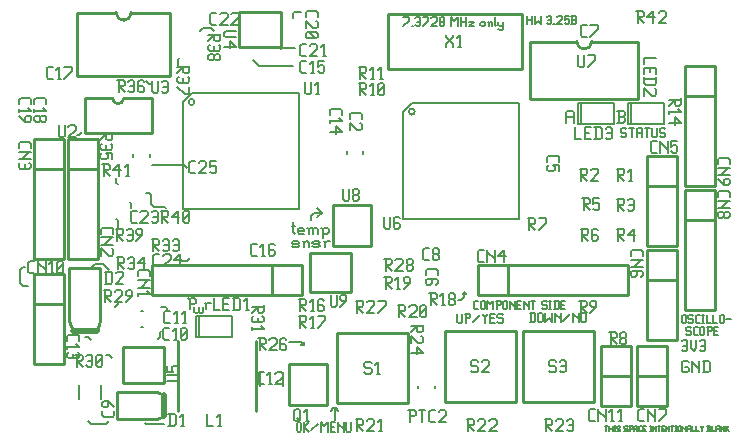
<source format=gbr>
G04 start of page 7 for group -4079 idx -4079 *
G04 Title: (unknown), topsilk *
G04 Creator: pcb 20091103 *
G04 CreationDate: Sat 26 Feb 2011 00:53:29 GMT UTC *
G04 For: thomas *
G04 Format: Gerber/RS-274X *
G04 PCB-Dimensions: 240157 142913 *
G04 PCB-Coordinate-Origin: lower left *
%MOIN*%
%FSLAX25Y25*%
%LNFRONTSILK*%
%ADD11C,0.0200*%
%ADD13C,0.0080*%
%ADD58C,0.0060*%
%ADD59C,0.0100*%
G54D13*X48500Y42413D02*X50000D01*
X48500Y34413D02*X48000Y33913D01*
Y32413D01*
X47500Y31913D01*
X49500Y3413D02*X43500D01*
X43000Y3913D01*
X98500Y71413D02*Y72913D01*
X99500Y73913D01*
X102000D01*
X100500Y75413D02*X102000Y73913D01*
X101500Y73413D02*Y74413D01*
X100500Y72413D02*X102000Y73913D01*
X106693Y8661D02*X107480Y7874D01*
X105905Y8661D02*X106693D01*
X91000Y30913D02*X95000D01*
X96000Y29913D01*
X95000D01*
X96000D02*Y30913D01*
X95000Y29913D02*X96000Y30913D01*
X149500Y47413D02*X149000Y46913D01*
X148500Y44913D02*X149500Y45913D01*
Y47413D01*
X147500Y44913D02*X148500D01*
X149000Y46913D02*X150000D01*
X149500Y47413D01*
X106299Y4724D02*Y8661D01*
X105905D02*X105118Y7874D01*
X21000Y99913D02*X22000Y100913D01*
X33500Y85413D02*Y83913D01*
X34000Y83413D01*
X38583Y75590D02*Y76830D01*
X34000Y68913D02*Y71346D01*
X33441Y71905D01*
X38500Y76854D02*X38583Y76771D01*
X20500Y99913D02*X21000D01*
X38000Y77413D02*X38583Y76830D01*
X38500Y76913D02*Y76854D01*
X32000Y25413D02*X31000Y26413D01*
X30000D01*
X23000Y32413D02*X24000D01*
X25000Y31413D01*
X50000Y42413D02*X50500Y41913D01*
X31000Y4413D02*X30000Y3413D01*
X25000D01*
X24000Y4413D01*
X34500Y43913D02*X33000Y42413D01*
X31000Y54913D02*X29000Y56913D01*
X3000Y55913D02*X2500D01*
X1500Y54913D01*
Y50413D01*
X2500Y49413D01*
X4000D01*
X29000Y56913D02*X26500D01*
X25500Y55913D01*
X61500Y134413D02*X62500Y135413D01*
X65000D01*
X66000Y134413D01*
X92500Y122913D02*X81000D01*
X92500Y140413D02*Y138913D01*
X93000Y128913D02*X89000D01*
X88500Y128413D01*
X95000Y140913D02*X93000D01*
X92500Y140413D01*
X81000Y122913D02*X79000Y124913D01*
X44500Y80413D02*X43500D01*
X46000Y75913D02*X45000Y76913D01*
Y79913D01*
X44500Y80413D01*
X46000Y75913D02*X49500D01*
X50000Y75413D01*
X45500Y89913D02*X56000D01*
X57000Y88913D01*
X55000Y57913D02*X57000D01*
X58000Y58913D01*
X54000Y122913D02*Y124913D01*
X54500Y125413D01*
X45000Y116913D02*X44500D01*
X43500Y117913D01*
G54D58*X129134Y135964D02*X131034Y137864D01*
Y139004D02*Y137864D01*
X129134Y139004D02*X131034D01*
X131946Y135964D02*X132326D01*
X133239Y138624D02*X133619Y139004D01*
X134379D01*
X134759Y138624D01*
Y136344D01*
X134379Y135964D02*X134759Y136344D01*
X133619Y135964D02*X134379D01*
X133239Y136344D02*X133619Y135964D01*
Y137484D02*X134759D01*
X135672Y135964D02*X137572Y137864D01*
Y139004D02*Y137864D01*
X135672Y139004D02*X137572D01*
X138485Y138624D02*X138865Y139004D01*
X140005D01*
X140385Y138624D01*
Y137864D01*
X138485Y135964D02*X140385Y137864D01*
X138485Y135964D02*X140385D01*
X141297Y136344D02*X141677Y135964D01*
X141297Y137104D02*Y136344D01*
Y137104D02*X141677Y137484D01*
X142437D01*
X142817Y137104D01*
Y136344D01*
X142437Y135964D02*X142817Y136344D01*
X141677Y135964D02*X142437D01*
X141297Y137864D02*X141677Y137484D01*
X141297Y138624D02*Y137864D01*
Y138624D02*X141677Y139004D01*
X142437D01*
X142817Y138624D01*
Y137864D01*
X142437Y137484D02*X142817Y137864D01*
X145098Y139004D02*Y135964D01*
Y139004D02*X146238Y137864D01*
X147378Y139004D01*
Y135964D01*
X148291Y139004D02*Y135964D01*
X150191Y139004D02*Y135964D01*
X148291Y137484D02*X150191D01*
X151104D02*X152624D01*
X151104Y135964D02*X152624Y137484D01*
X151104Y135964D02*X152624D01*
X154904Y137104D02*Y136344D01*
Y137104D02*X155284Y137484D01*
X156044D01*
X156424Y137104D01*
Y136344D01*
X156044Y135964D02*X156424Y136344D01*
X155284Y135964D02*X156044D01*
X154904Y136344D02*X155284Y135964D01*
X157717Y137104D02*Y135964D01*
Y137104D02*X158097Y137484D01*
X158477D01*
X158857Y137104D01*
Y135964D01*
X157337Y137484D02*X157717Y137104D01*
X159770Y139004D02*Y136344D01*
X160150Y135964D01*
X160911Y137484D02*Y136344D01*
X161291Y135964D01*
X162431Y137484D02*Y135204D01*
X162051Y134824D02*X162431Y135204D01*
X161291Y134824D02*X162051D01*
X160911Y135204D02*X161291Y134824D01*
Y135964D02*X162051D01*
X162431Y136344D01*
X200500Y103913D02*X202500D01*
X203000Y104413D01*
Y105413D02*Y104413D01*
X202500Y105913D02*X203000Y105413D01*
X201000Y105913D02*X202500D01*
X201000Y107913D02*Y103913D01*
X200500Y107913D02*X202500D01*
X203000Y107413D01*
Y106413D01*
X202500Y105913D02*X203000Y106413D01*
X183500Y107413D02*Y103913D01*
Y107413D02*X184000Y107913D01*
X185500D01*
X186000Y107413D01*
Y103913D01*
X183500Y105913D02*X186000D01*
X170472Y139477D02*Y136757D01*
X172172Y139477D02*Y136757D01*
X170472Y138117D02*X172172D01*
X172988Y139477D02*Y136757D01*
X174008Y137777D01*
X175028Y136757D01*
Y139477D02*Y136757D01*
X177069Y139137D02*X177409Y139477D01*
X178089D01*
X178429Y139137D01*
Y137097D01*
X178089Y136757D02*X178429Y137097D01*
X177409Y136757D02*X178089D01*
X177069Y137097D02*X177409Y136757D01*
Y138117D02*X178429D01*
X179246Y136757D02*X179586D01*
X180402Y139137D02*X180742Y139477D01*
X181762D01*
X182102Y139137D01*
Y138457D01*
X180402Y136757D02*X182102Y138457D01*
X180402Y136757D02*X182102D01*
X182919Y139477D02*X184279D01*
X182919D02*Y138117D01*
X183259Y138457D01*
X183939D01*
X184279Y138117D01*
Y137097D01*
X183939Y136757D02*X184279Y137097D01*
X183259Y136757D02*X183939D01*
X182919Y137097D02*X183259Y136757D01*
X185096D02*X186456D01*
X186796Y137097D01*
Y137777D02*Y137097D01*
X186456Y138117D02*X186796Y137777D01*
X185436Y138117D02*X186456D01*
X185436Y139477D02*Y136757D01*
X185096Y139477D02*X186456D01*
X186796Y139137D01*
Y138457D01*
X186456Y138117D02*X186796Y138457D01*
X59500Y42413D02*Y40913D01*
X60000Y40413D01*
X60500D01*
X61000Y40913D01*
Y42413D02*Y40913D01*
X61500Y40413D01*
X62000D01*
X62500Y40913D01*
Y42413D02*Y40913D01*
X58000Y44913D02*Y41913D01*
X57500Y45413D02*X58000Y44913D01*
X58500Y45413D01*
X59500D01*
X60000Y44913D01*
Y43913D01*
X59500Y43413D02*X60000Y43913D01*
X58500Y43413D02*X59500D01*
X58000Y43913D02*X58500Y43413D01*
X63500D02*Y41913D01*
Y43413D02*X64000Y43913D01*
X65000D01*
X63000D02*X63500Y43413D01*
X92500Y70913D02*Y67413D01*
X93000Y66913D01*
X92000Y69413D02*X93000D01*
X94501Y66913D02*X96001D01*
X94001Y67413D02*X94501Y66913D01*
X94001Y68413D02*Y67413D01*
Y68413D02*X94501Y68913D01*
X95501D01*
X96001Y68413D01*
X94001Y67913D02*X96001D01*
Y68413D02*Y67913D01*
X97702Y68413D02*Y66913D01*
Y68413D02*X98202Y68913D01*
X98702D01*
X99202Y68413D01*
Y66913D01*
Y68413D02*X99702Y68913D01*
X100202D01*
X100702Y68413D01*
Y66913D01*
X97202Y68913D02*X97702Y68413D01*
X102403D02*Y65413D01*
X101903Y68913D02*X102403Y68413D01*
X102903Y68913D01*
X103903D01*
X104403Y68413D01*
Y67413D01*
X103903Y66913D02*X104403Y67413D01*
X102903Y66913D02*X103903D01*
X102403Y67413D02*X102903Y66913D01*
X92500Y62413D02*X94000D01*
X94500Y62913D01*
X94000Y63413D02*X94500Y62913D01*
X92500Y63413D02*X94000D01*
X92000Y63913D02*X92500Y63413D01*
X92000Y63913D02*X92500Y64413D01*
X94000D01*
X94500Y63913D01*
X92000Y62913D02*X92500Y62413D01*
X96201Y63913D02*Y62413D01*
Y63913D02*X96701Y64413D01*
X97201D01*
X97701Y63913D01*
Y62413D01*
X95701Y64413D02*X96201Y63913D01*
X99402Y62413D02*X100902D01*
X101402Y62913D01*
X100902Y63413D02*X101402Y62913D01*
X99402Y63413D02*X100902D01*
X98902Y63913D02*X99402Y63413D01*
X98902Y63913D02*X99402Y64413D01*
X100902D01*
X101402Y63913D01*
X98902Y62913D02*X99402Y62413D01*
X103103Y63913D02*Y62413D01*
Y63913D02*X103603Y64413D01*
X104603D01*
X102603D02*X103103Y63913D01*
X93701Y3584D02*Y1304D01*
Y3584D02*X94081Y3964D01*
X94841D01*
X95221Y3584D01*
Y1304D01*
X94841Y924D02*X95221Y1304D01*
X94081Y924D02*X94841D01*
X93701Y1304D02*X94081Y924D01*
X96133Y3964D02*Y924D01*
Y2444D02*X97653Y3964D01*
X96133Y2444D02*X97653Y924D01*
X98566Y1304D02*X100846Y3584D01*
X101759Y3964D02*Y924D01*
Y3964D02*X102899Y2824D01*
X104039Y3964D01*
Y924D01*
X104952Y2444D02*X106092D01*
X104952Y924D02*X106472D01*
X104952Y3964D02*Y924D01*
Y3964D02*X106472D01*
X107384D02*Y924D01*
Y3964D02*Y3584D01*
X109284Y1684D01*
Y3964D02*Y924D01*
X110197Y3964D02*Y1304D01*
X110577Y924D01*
X111337D01*
X111717Y1304D01*
Y3964D02*Y1304D01*
X203201Y102046D02*X203581Y101666D01*
X202061Y102046D02*X203201D01*
X201681Y101666D02*X202061Y102046D01*
X201681Y101666D02*Y100906D01*
X202061Y100526D01*
X203201D01*
X203581Y100146D01*
Y99386D01*
X203201Y99006D02*X203581Y99386D01*
X202061Y99006D02*X203201D01*
X201681Y99386D02*X202061Y99006D01*
X204493Y102046D02*X206013D01*
X205253D02*Y99006D01*
X206926Y101666D02*Y99006D01*
Y101666D02*X207306Y102046D01*
X208446D01*
X208826Y101666D01*
Y99006D01*
X206926Y100526D02*X208826D01*
X209739Y102046D02*X211259D01*
X210499D02*Y99006D01*
X212172Y102046D02*Y99386D01*
X212552Y99006D01*
X213312D01*
X213692Y99386D01*
Y102046D02*Y99386D01*
X216124Y102046D02*X216504Y101666D01*
X214984Y102046D02*X216124D01*
X214604Y101666D02*X214984Y102046D01*
X214604Y101666D02*Y100906D01*
X214984Y100526D01*
X216124D01*
X216504Y100146D01*
Y99386D01*
X216124Y99006D02*X216504Y99386D01*
X214984Y99006D02*X216124D01*
X214604Y99386D02*X214984Y99006D01*
X222000Y31003D02*X222470Y31473D01*
X223410D01*
X223880Y31003D01*
Y28183D01*
X223410Y27713D02*X223880Y28183D01*
X222470Y27713D02*X223410D01*
X222000Y28183D02*X222470Y27713D01*
Y29593D02*X223880D01*
X225008Y31473D02*Y28653D01*
X225948Y27713D01*
X226888Y28653D01*
Y31473D02*Y28653D01*
X228017Y31003D02*X228487Y31473D01*
X229427D01*
X229897Y31003D01*
Y28183D01*
X229427Y27713D02*X229897Y28183D01*
X228487Y27713D02*X229427D01*
X228017Y28183D02*X228487Y27713D01*
Y29593D02*X229897D01*
X222000Y39393D02*Y37353D01*
Y39393D02*X222340Y39733D01*
X223020D01*
X223360Y39393D01*
Y37353D01*
X223020Y37013D02*X223360Y37353D01*
X222340Y37013D02*X223020D01*
X222000Y37353D02*X222340Y37013D01*
X225536Y39733D02*X225876Y39393D01*
X224516Y39733D02*X225536D01*
X224176Y39393D02*X224516Y39733D01*
X224176Y39393D02*Y38713D01*
X224516Y38373D01*
X225536D01*
X225876Y38033D01*
Y37353D01*
X225536Y37013D02*X225876Y37353D01*
X224516Y37013D02*X225536D01*
X224176Y37353D02*X224516Y37013D01*
X227033D02*X228053D01*
X226693Y37353D02*X227033Y37013D01*
X226693Y39393D02*Y37353D01*
Y39393D02*X227033Y39733D01*
X228053D01*
X228870D02*X229550D01*
X229210D02*Y37013D01*
X228870D02*X229550D01*
X230366Y39733D02*Y37013D01*
X231726D01*
X232543Y39733D02*Y37013D01*
X233903D01*
X234720Y39393D02*Y37353D01*
Y39393D02*X235060Y39733D01*
X235740D01*
X236080Y39393D01*
Y37353D01*
X235740Y37013D02*X236080Y37353D01*
X235060Y37013D02*X235740D01*
X234720Y37353D02*X235060Y37013D01*
X236896Y38373D02*X238256D01*
X224860Y35733D02*X225200Y35393D01*
X223840Y35733D02*X224860D01*
X223500Y35393D02*X223840Y35733D01*
X223500Y35393D02*Y34713D01*
X223840Y34373D01*
X224860D01*
X225200Y34033D01*
Y33353D01*
X224860Y33013D02*X225200Y33353D01*
X223840Y33013D02*X224860D01*
X223500Y33353D02*X223840Y33013D01*
X226356D02*X227376D01*
X226016Y33353D02*X226356Y33013D01*
X226016Y35393D02*Y33353D01*
Y35393D02*X226356Y35733D01*
X227376D01*
X228193Y35393D02*Y33353D01*
Y35393D02*X228533Y35733D01*
X229213D01*
X229553Y35393D01*
Y33353D01*
X229213Y33013D02*X229553Y33353D01*
X228533Y33013D02*X229213D01*
X228193Y33353D02*X228533Y33013D01*
X230710Y35733D02*Y33013D01*
X230370Y35733D02*X231730D01*
X232070Y35393D01*
Y34713D01*
X231730Y34373D02*X232070Y34713D01*
X230710Y34373D02*X231730D01*
X232886D02*X233906D01*
X232886Y33013D02*X234246D01*
X232886Y35733D02*Y33013D01*
Y35733D02*X234246D01*
X223880Y24473D02*X224350Y24003D01*
X222470Y24473D02*X223880D01*
X222000Y24003D02*X222470Y24473D01*
X222000Y24003D02*Y21183D01*
X222470Y20713D01*
X223880D01*
X224350Y21183D01*
Y22123D02*Y21183D01*
X223880Y22593D02*X224350Y22123D01*
X222940Y22593D02*X223880D01*
X225478Y24473D02*Y20713D01*
Y24473D02*Y24003D01*
X227828Y21653D01*
Y24473D02*Y20713D01*
X229427Y24473D02*Y20713D01*
X230837Y24473D02*X231307Y24003D01*
Y21183D01*
X230837Y20713D02*X231307Y21183D01*
X228957Y20713D02*X230837D01*
X228957Y24473D02*X230837D01*
X196457Y2709D02*X197337D01*
X196897D02*Y949D01*
X197865Y2709D02*Y949D01*
X198965Y2709D02*Y949D01*
X197865Y1829D02*X198965D01*
X199493Y2709D02*X199933D01*
X199713D02*Y949D01*
X199493D02*X199933D01*
X201342Y2709D02*X201562Y2489D01*
X200682Y2709D02*X201342D01*
X200462Y2489D02*X200682Y2709D01*
X200462Y2489D02*Y2049D01*
X200682Y1829D01*
X201342D01*
X201562Y1609D01*
Y1169D01*
X201342Y949D02*X201562Y1169D01*
X200682Y949D02*X201342D01*
X200462Y1169D02*X200682Y949D01*
X203762Y2709D02*X203982Y2489D01*
X203102Y2709D02*X203762D01*
X202882Y2489D02*X203102Y2709D01*
X202882Y2489D02*Y2049D01*
X203102Y1829D01*
X203762D01*
X203982Y1609D01*
Y1169D01*
X203762Y949D02*X203982Y1169D01*
X203102Y949D02*X203762D01*
X202882Y1169D02*X203102Y949D01*
X204731Y2709D02*Y949D01*
X204511Y2709D02*X205391D01*
X205611Y2489D01*
Y2049D01*
X205391Y1829D02*X205611Y2049D01*
X204731Y1829D02*X205391D01*
X206139Y2489D02*Y949D01*
Y2489D02*X206359Y2709D01*
X207019D01*
X207239Y2489D01*
Y949D01*
X206139Y1829D02*X207239D01*
X207988Y949D02*X208648D01*
X207768Y1169D02*X207988Y949D01*
X207768Y2489D02*Y1169D01*
Y2489D02*X207988Y2709D01*
X208648D01*
X209176Y1829D02*X209836D01*
X209176Y949D02*X210056D01*
X209176Y2709D02*Y949D01*
Y2709D02*X210056D01*
X211376D02*X211816D01*
X211596D02*Y949D01*
X211376D02*X211816D01*
X212345Y2709D02*Y949D01*
Y2709D02*Y2489D01*
X213445Y1389D01*
Y2709D02*Y949D01*
X213973Y2709D02*X214853D01*
X214413D02*Y949D01*
X215382Y1829D02*X216042D01*
X215382Y949D02*X216262D01*
X215382Y2709D02*Y949D01*
Y2709D02*X216262D01*
X216790D02*Y949D01*
Y2709D02*Y2489D01*
X217890Y1389D01*
Y2709D02*Y949D01*
X218419Y2709D02*X219299D01*
X218859D02*Y949D01*
X219827Y2709D02*X220267D01*
X220047D02*Y949D01*
X219827D02*X220267D01*
X220796Y2489D02*Y1169D01*
Y2489D02*X221016Y2709D01*
X221456D01*
X221676Y2489D01*
Y1169D01*
X221456Y949D02*X221676Y1169D01*
X221016Y949D02*X221456D01*
X220796Y1169D02*X221016Y949D01*
X222204Y2709D02*Y949D01*
Y2709D02*Y2489D01*
X223304Y1389D01*
Y2709D02*Y949D01*
X223832Y2489D02*Y949D01*
Y2489D02*X224052Y2709D01*
X224712D01*
X224932Y2489D01*
Y949D01*
X223832Y1829D02*X224932D01*
X225461Y2709D02*Y949D01*
X226341D01*
X226869Y2709D02*Y949D01*
X227749D01*
X228278Y2709D02*Y2489D01*
X228718Y2049D01*
X229158Y2489D01*
Y2709D02*Y2489D01*
X228718Y2049D02*Y949D01*
X230478D02*X231358D01*
X231578Y1169D01*
Y1609D02*Y1169D01*
X231358Y1829D02*X231578Y1609D01*
X230698Y1829D02*X231358D01*
X230698Y2709D02*Y949D01*
X230478Y2709D02*X231358D01*
X231578Y2489D01*
Y2049D01*
X231358Y1829D02*X231578Y2049D01*
X232107Y2709D02*Y949D01*
X232987D01*
X233515Y2489D02*Y949D01*
Y2489D02*X233735Y2709D01*
X234395D01*
X234615Y2489D01*
Y949D01*
X233515Y1829D02*X234615D01*
X235144Y2709D02*Y949D01*
Y2709D02*Y2489D01*
X236244Y1389D01*
Y2709D02*Y949D01*
X236772Y2709D02*Y949D01*
Y1829D02*X237652Y2709D01*
X236772Y1829D02*X237652Y949D01*
X147244Y40185D02*Y37525D01*
X147624Y37145D01*
X148384D01*
X148764Y37525D01*
Y40185D02*Y37525D01*
X150056Y40185D02*Y37145D01*
X149676Y40185D02*X151196D01*
X151576Y39805D01*
Y39045D01*
X151196Y38665D02*X151576Y39045D01*
X150056Y38665D02*X151196D01*
X152489Y37525D02*X154769Y39805D01*
X155682Y40185D02*Y39805D01*
X156442Y39045D01*
X157202Y39805D01*
Y40185D02*Y39805D01*
X156442Y39045D02*Y37145D01*
X158115Y38665D02*X159255D01*
X158115Y37145D02*X159635D01*
X158115Y40185D02*Y37145D01*
Y40185D02*X159635D01*
X162067D02*X162447Y39805D01*
X160927Y40185D02*X162067D01*
X160547Y39805D02*X160927Y40185D01*
X160547Y39805D02*Y39045D01*
X160927Y38665D01*
X162067D01*
X162447Y38285D01*
Y37525D01*
X162067Y37145D02*X162447Y37525D01*
X160927Y37145D02*X162067D01*
X160547Y37525D02*X160927Y37145D01*
X171640Y40578D02*Y37538D01*
X172780Y40578D02*X173160Y40198D01*
Y37918D01*
X172780Y37538D02*X173160Y37918D01*
X171260Y37538D02*X172780D01*
X171260Y40578D02*X172780D01*
X174072Y40198D02*Y37918D01*
Y40198D02*X174452Y40578D01*
X175212D01*
X175592Y40198D01*
Y37918D01*
X175212Y37538D02*X175592Y37918D01*
X174452Y37538D02*X175212D01*
X174072Y37918D02*X174452Y37538D01*
X176505Y40578D02*Y37538D01*
X177645Y38678D01*
X178785Y37538D01*
Y40578D02*Y37538D01*
X179698Y40578D02*Y37538D01*
Y40578D02*Y40198D01*
X181598Y38298D01*
Y40578D02*Y37538D01*
X182511Y37918D02*X184791Y40198D01*
X185703Y40578D02*Y37538D01*
Y40578D02*Y40198D01*
X187603Y38298D01*
Y40578D02*Y37538D01*
X188516Y40198D02*Y37918D01*
Y40198D02*X188896Y40578D01*
X189656D01*
X190036Y40198D01*
Y37918D01*
X189656Y37538D02*X190036Y37918D01*
X188896Y37538D02*X189656D01*
X188516Y37918D02*X188896Y37538D01*
X153096Y41875D02*X154116D01*
X152756Y42215D02*X153096Y41875D01*
X152756Y44255D02*Y42215D01*
Y44255D02*X153096Y44595D01*
X154116D01*
X154932Y44255D02*Y42215D01*
Y44255D02*X155272Y44595D01*
X155952D01*
X156292Y44255D01*
Y42215D01*
X155952Y41875D02*X156292Y42215D01*
X155272Y41875D02*X155952D01*
X154932Y42215D02*X155272Y41875D01*
X157109Y44595D02*Y41875D01*
Y44595D02*X158129Y43575D01*
X159149Y44595D01*
Y41875D01*
X160306Y44595D02*Y41875D01*
X159966Y44595D02*X161326D01*
X161666Y44255D01*
Y43575D01*
X161326Y43235D02*X161666Y43575D01*
X160306Y43235D02*X161326D01*
X162482Y44255D02*Y42215D01*
Y44255D02*X162822Y44595D01*
X163502D01*
X163842Y44255D01*
Y42215D01*
X163502Y41875D02*X163842Y42215D01*
X162822Y41875D02*X163502D01*
X162482Y42215D02*X162822Y41875D01*
X164659Y44595D02*Y41875D01*
Y44595D02*Y44255D01*
X166359Y42555D01*
Y44595D02*Y41875D01*
X167176Y43235D02*X168196D01*
X167176Y41875D02*X168536D01*
X167176Y44595D02*Y41875D01*
Y44595D02*X168536D01*
X169352D02*Y41875D01*
Y44595D02*Y44255D01*
X171052Y42555D01*
Y44595D02*Y41875D01*
X171869Y44595D02*X173229D01*
X172549D02*Y41875D01*
X176630Y44595D02*X176970Y44255D01*
X175610Y44595D02*X176630D01*
X175270Y44255D02*X175610Y44595D01*
X175270Y44255D02*Y43575D01*
X175610Y43235D01*
X176630D01*
X176970Y42895D01*
Y42215D01*
X176630Y41875D02*X176970Y42215D01*
X175610Y41875D02*X176630D01*
X175270Y42215D02*X175610Y41875D01*
X177786Y44595D02*X178466D01*
X178126D02*Y41875D01*
X177786D02*X178466D01*
X179623Y44595D02*Y41875D01*
X180643Y44595D02*X180983Y44255D01*
Y42215D01*
X180643Y41875D02*X180983Y42215D01*
X179283Y41875D02*X180643D01*
X179283Y44595D02*X180643D01*
X181800Y43235D02*X182820D01*
X181800Y41875D02*X183160D01*
X181800Y44595D02*Y41875D01*
Y44595D02*X183160D01*
G54D13*X60000Y39413D02*Y32413D01*
X72000D01*
Y39413D01*
X60000D01*
X61000D02*Y32413D01*
G54D59*X45500Y56413D02*X95500D01*
X45500D02*Y46413D01*
X95500D01*
Y56413D02*Y46413D01*
X85500Y56413D02*Y46413D01*
X95500D01*
G54D13*X89059Y20870D02*Y16146D01*
X81579Y20870D02*Y16146D01*
G54D59*X54146Y31225D02*Y7603D01*
X79980Y31225D02*Y7603D01*
X91100Y23513D02*Y9613D01*
X103900D01*
Y23513D01*
X91100D01*
X6000Y98413D02*Y58413D01*
X16000D01*
Y98413D01*
X6000D01*
Y88413D02*X16000D01*
Y98413D01*
X17500D02*Y58413D01*
X27500D01*
Y98413D01*
X17500D01*
Y88413D02*X27500D01*
Y98413D01*
X23050Y112100D02*X32250D01*
X36050D02*X45350D01*
Y100300D01*
X23050D01*
Y112100D01*
X32250D02*G75*G03X36050Y112100I1900J0D01*G01*
G54D13*X39245Y93306D02*Y92520D01*
X44755Y93306D02*Y92520D01*
G54D59*X20434Y140519D02*Y119307D01*
X51566D01*
Y140519D01*
X20434D02*X33500D01*
X51566D02*X38500D01*
X33500D02*G75*G03X38500Y140519I2500J0D01*G01*
G54D13*X58615Y113698D02*X94285D01*
Y75128D01*
X55715D01*
Y110798D01*
X58615Y113698D01*
X57615Y110798D02*G75*G03X57615Y110798I1000J0D01*G01*
G54D59*X74500Y129113D02*X88400D01*
Y140913D02*Y129113D01*
X74500Y140913D02*X88400D01*
X74500D02*Y129113D01*
G54D11*X49420Y13055D02*Y6055D01*
G54D59*Y13055D02*X46920Y14055D01*
X33820D02*X46920D01*
X33820D02*Y5055D01*
X46920D01*
X49420Y6055D01*
X35607Y29053D02*X49507D01*
X35607D02*Y17253D01*
X49507D01*
Y29053D02*Y17253D01*
G54D13*X28480Y16461D02*Y11737D01*
X21000Y16461D02*Y11737D01*
X41607Y41168D02*X42393D01*
X41607Y35658D02*X42393D01*
G54D11*X19000Y34413D02*X27000D01*
G54D59*X28100Y37813D01*
Y55413D02*Y37813D01*
X17900Y55413D02*X28100D01*
X17900D02*Y37813D01*
X19000Y34413D01*
X6000Y53413D02*Y23413D01*
X16000D01*
Y53413D01*
X6000D01*
Y43413D02*X16000D01*
Y53413D01*
X105600Y62613D02*Y76513D01*
Y62613D02*X118400D01*
Y76513D01*
X105600D02*X118400D01*
X107047Y33929D02*X130669D01*
X107047Y10307D02*X130669D01*
X107047Y33929D02*Y10307D01*
X130669Y33929D02*Y10307D01*
X98000Y47513D02*X111900D01*
Y60313D02*Y47513D01*
X98000Y60313D02*X111900D01*
X98000D02*Y47513D01*
G54D13*X134138Y16263D02*Y15477D01*
X139648Y16263D02*Y15477D01*
G54D59*X143047Y34429D02*X166669D01*
X143047Y10807D02*X166669D01*
X143047Y34429D02*Y10807D01*
X166669Y34429D02*Y10807D01*
X171500Y130913D02*Y111913D01*
X207500D01*
Y130913D02*Y111913D01*
X171500Y130913D02*X187000D01*
X192000D02*X207500D01*
X187000D02*G75*G03X192000Y130913I2500J0D01*G01*
G54D13*X187500Y110413D02*Y103413D01*
X199500D01*
Y110413D01*
X187500D01*
X188500D02*Y103413D01*
G54D59*X223000Y122913D02*Y82913D01*
X233000D01*
Y122913D01*
X223000D01*
Y112913D02*X233000D01*
Y122913D01*
G54D13*X204000Y110413D02*Y103413D01*
X216000D01*
Y110413D01*
X204000D01*
X205000D02*Y103413D01*
G54D59*X169047Y34429D02*X192669D01*
X169047Y10807D02*X192669D01*
X169047Y34429D02*Y10807D01*
X192669Y34429D02*Y10807D01*
X205000Y29413D02*Y9413D01*
X195000Y29413D02*X205000D01*
X195000D02*Y9413D01*
X205000D01*
X195000Y19413D02*X205000D01*
X195000D02*Y9413D01*
X217000Y29413D02*Y9413D01*
X207000Y29413D02*X217000D01*
X207000D02*Y9413D01*
X217000D01*
X207000Y19413D02*X217000D01*
X207000D02*Y9413D01*
X154000Y46413D02*X204000D01*
Y56413D02*Y46413D01*
X154000Y56413D02*X204000D01*
X154000D02*Y46413D01*
X164000Y56413D02*Y46413D01*
X154000Y56413D02*X164000D01*
X210500Y92913D02*Y62913D01*
X220500D01*
Y92913D01*
X210500D01*
Y82913D02*X220500D01*
Y92913D01*
X210500Y61413D02*Y31413D01*
X220500D01*
Y61413D01*
X210500D01*
Y51413D02*X220500D01*
Y61413D01*
X223000Y81413D02*Y41413D01*
X233000D01*
Y81413D01*
X223000D01*
Y71413D02*X233000D01*
Y81413D01*
X124052Y121760D02*X168736D01*
X124052Y140066D02*Y121760D01*
Y140066D02*X168736D01*
Y121760D01*
G54D13*X132013Y110450D02*X167683D01*
Y71880D01*
X129113D01*
Y107550D01*
X132013Y110450D01*
X131013Y107550D02*G75*G03X131013Y107550I1000J0D01*G01*
X115862Y94349D02*Y93563D01*
X110352Y94349D02*Y93563D01*
G54D58*X109180Y81837D02*Y78337D01*
X109680Y77837D01*
X110680D01*
X111180Y78337D01*
Y81837D02*Y78337D01*
X112381D02*X112881Y77837D01*
X112381Y79337D02*Y78337D01*
Y79337D02*X112881Y79837D01*
X113881D01*
X114381Y79337D01*
Y78337D01*
X113881Y77837D02*X114381Y78337D01*
X112881Y77837D02*X113881D01*
X112381Y80337D02*X112881Y79837D01*
X112381Y81337D02*Y80337D01*
Y81337D02*X112881Y81837D01*
X113881D01*
X114381Y81337D01*
Y80337D01*
X113881Y79837D02*X114381Y80337D01*
X111257Y106606D02*Y105106D01*
X111757Y107106D02*X111257Y106606D01*
X111757Y107106D02*X114757D01*
X115257Y106606D01*
Y105106D01*
X114757Y103905D02*X115257Y103405D01*
Y101905D01*
X114757Y101405D01*
X113757D02*X114757D01*
X111257Y103905D02*X113757Y101405D01*
X111257Y103905D02*Y101405D01*
X68150Y133563D02*Y131563D01*
X67650Y131063D01*
X66650D02*X67650D01*
X66150Y131563D02*X66650Y131063D01*
X66150Y133063D02*Y131563D01*
X64150Y133063D02*X68150D01*
X66150D02*X64150Y131063D01*
X67650Y129862D02*X68150Y129362D01*
Y128362D01*
X67650Y127862D01*
X64650D02*X67650D01*
X64150Y128362D02*X64650Y127862D01*
X64150Y129362D02*Y128362D01*
X64650Y129862D02*X64150Y129362D01*
X66150D02*Y127862D01*
X64650Y126661D02*X64150Y126161D01*
X64650Y126661D02*X65650D01*
X66150Y126161D01*
Y125161D01*
X65650Y124661D01*
X64650D02*X65650D01*
X64150Y125161D02*X64650Y124661D01*
X64150Y126161D02*Y125161D01*
X66650Y126661D02*X66150Y126161D01*
X66650Y126661D02*X67650D01*
X68150Y126161D01*
Y125161D01*
X67650Y124661D01*
X66650D02*X67650D01*
X66150Y125161D02*X66650Y124661D01*
X96642Y140488D02*Y138988D01*
X97142Y140988D02*X96642Y140488D01*
X97142Y140988D02*X100142D01*
X100642Y140488D01*
Y138988D01*
X100142Y137787D02*X100642Y137287D01*
Y135787D01*
X100142Y135287D01*
X99142D02*X100142D01*
X96642Y137787D02*X99142Y135287D01*
X96642Y137787D02*Y135287D01*
X97142Y134086D02*X96642Y133586D01*
X97142Y134086D02*X100142D01*
X100642Y133586D01*
Y132586D01*
X100142Y132086D01*
X97142D02*X100142D01*
X96642Y132586D02*X97142Y132086D01*
X96642Y133586D02*Y132586D01*
X97642Y134086D02*X99642Y132086D01*
X95350Y126063D02*X96850D01*
X94850Y126563D02*X95350Y126063D01*
X94850Y129563D02*Y126563D01*
Y129563D02*X95350Y130063D01*
X96850D01*
X98051Y129563D02*X98551Y130063D01*
X100051D01*
X100551Y129563D01*
Y128563D01*
X98051Y126063D02*X100551Y128563D01*
X98051Y126063D02*X100551D01*
X102252D02*X103252D01*
X102752Y130063D02*Y126063D01*
X101752Y129063D02*X102752Y130063D01*
X70000Y134413D02*X73500D01*
X70000D02*X69500Y133913D01*
Y132913D01*
X70000Y132413D01*
X73500D01*
X71500Y131212D02*X73500Y129212D01*
X71500Y131212D02*Y128712D01*
X69500Y129212D02*X73500D01*
X95350Y120563D02*X96850D01*
X94850Y121063D02*X95350Y120563D01*
X94850Y124063D02*Y121063D01*
Y124063D02*X95350Y124563D01*
X96850D01*
X98551Y120563D02*X99551D01*
X99051Y124563D02*Y120563D01*
X98051Y123563D02*X99051Y124563D01*
X100752D02*X102752D01*
X100752D02*Y122563D01*
X101252Y123063D01*
X102252D01*
X102752Y122563D01*
Y121063D01*
X102252Y120563D02*X102752Y121063D01*
X101252Y120563D02*X102252D01*
X100752Y121063D02*X101252Y120563D01*
X96500Y117413D02*Y113913D01*
X97000Y113413D01*
X98000D01*
X98500Y113913D01*
Y117413D02*Y113913D01*
X100201Y113413D02*X101201D01*
X100701Y117413D02*Y113413D01*
X99701Y116413D02*X100701Y117413D01*
X65409Y136555D02*X66909D01*
X64909Y137055D02*X65409Y136555D01*
X64909Y140055D02*Y137055D01*
Y140055D02*X65409Y140555D01*
X66909D01*
X68110Y140055D02*X68610Y140555D01*
X70110D01*
X70610Y140055D01*
Y139055D01*
X68110Y136555D02*X70610Y139055D01*
X68110Y136555D02*X70610D01*
X71811Y140055D02*X72311Y140555D01*
X73811D01*
X74311Y140055D01*
Y139055D01*
X71811Y136555D02*X74311Y139055D01*
X71811Y136555D02*X74311D01*
X104650Y108063D02*Y106563D01*
X105150Y108563D02*X104650Y108063D01*
X105150Y108563D02*X108150D01*
X108650Y108063D01*
Y106563D01*
X104650Y104862D02*Y103862D01*
Y104362D02*X108650D01*
X107650Y105362D02*X108650Y104362D01*
X106650Y102661D02*X108650Y100661D01*
X106650Y102661D02*Y100161D01*
X104650Y100661D02*X108650D01*
X1000Y96913D02*Y95413D01*
X1500Y97413D02*X1000Y96913D01*
X1500Y97413D02*X4500D01*
X5000Y96913D01*
Y95413D01*
X1000Y94212D02*X5000D01*
X4500D02*X5000D01*
X4500D02*X2000Y91712D01*
X1000D02*X5000D01*
X4500Y90511D02*X5000Y90011D01*
Y89011D01*
X4500Y88511D01*
X1500D02*X4500D01*
X1000Y89011D02*X1500Y88511D01*
X1000Y90011D02*Y89011D01*
X1500Y90511D02*X1000Y90011D01*
X3000D02*Y88511D01*
X6158Y111504D02*Y110004D01*
X6658Y112004D02*X6158Y111504D01*
X6658Y112004D02*X9658D01*
X10158Y111504D01*
Y110004D01*
X6158Y108303D02*Y107303D01*
Y107803D02*X10158D01*
X9158Y108803D02*X10158Y107803D01*
X6658Y106102D02*X6158Y105602D01*
X6658Y106102D02*X7658D01*
X8158Y105602D01*
Y104602D01*
X7658Y104102D01*
X6658D02*X7658D01*
X6158Y104602D02*X6658Y104102D01*
X6158Y105602D02*Y104602D01*
X8658Y106102D02*X8158Y105602D01*
X8658Y106102D02*X9658D01*
X10158Y105602D01*
Y104602D01*
X9658Y104102D01*
X8658D02*X9658D01*
X8158Y104602D02*X8658Y104102D01*
X1150Y111563D02*Y110063D01*
X1650Y112063D02*X1150Y111563D01*
X1650Y112063D02*X4650D01*
X5150Y111563D01*
Y110063D01*
X1150Y108362D02*Y107362D01*
Y107862D02*X5150D01*
X4150Y108862D02*X5150Y107862D01*
X1150Y106161D02*X3150Y104161D01*
X4650D01*
X5150Y104661D02*X4650Y104161D01*
X5150Y105661D02*Y104661D01*
X4650Y106161D02*X5150Y105661D01*
X3650Y106161D02*X4650D01*
X3650D02*X3150Y105661D01*
Y104161D01*
X14376Y102988D02*Y99488D01*
X14876Y98988D01*
X15876D01*
X16376Y99488D01*
Y102988D02*Y99488D01*
X17577Y102488D02*X18077Y102988D01*
X19577D01*
X20077Y102488D01*
Y101488D01*
X17577Y98988D02*X20077Y101488D01*
X17577Y98988D02*X20077D01*
X33850Y118063D02*X35850D01*
X36350Y117563D01*
Y116563D01*
X35850Y116063D02*X36350Y116563D01*
X34350Y116063D02*X35850D01*
X34350Y118063D02*Y114063D01*
Y116063D02*X36350Y114063D01*
X37551Y117563D02*X38051Y118063D01*
X39051D01*
X39551Y117563D01*
Y114563D01*
X39051Y114063D02*X39551Y114563D01*
X38051Y114063D02*X39051D01*
X37551Y114563D02*X38051Y114063D01*
Y116063D02*X39551D01*
X42252Y118063D02*X42752Y117563D01*
X41252Y118063D02*X42252D01*
X40752Y117563D02*X41252Y118063D01*
X40752Y117563D02*Y114563D01*
X41252Y114063D01*
X42252Y116063D02*X42752Y115563D01*
X40752Y116063D02*X42252D01*
X41252Y114063D02*X42252D01*
X42752Y114563D01*
Y115563D02*Y114563D01*
X32150Y100563D02*Y98563D01*
X31650Y98063D01*
X30650D02*X31650D01*
X30150Y98563D02*X30650Y98063D01*
X30150Y100063D02*Y98563D01*
X28150Y100063D02*X32150D01*
X30150D02*X28150Y98063D01*
X31650Y96862D02*X32150Y96362D01*
Y95362D01*
X31650Y94862D01*
X28650D02*X31650D01*
X28150Y95362D02*X28650Y94862D01*
X28150Y96362D02*Y95362D01*
X28650Y96862D02*X28150Y96362D01*
X30150D02*Y94862D01*
X32150Y93661D02*Y91661D01*
X30150Y93661D02*X32150D01*
X30150D02*X30650Y93161D01*
Y92161D01*
X30150Y91661D01*
X28650D02*X30150D01*
X28150Y92161D02*X28650Y91661D01*
X28150Y93161D02*Y92161D01*
X28650Y93661D02*X28150Y93161D01*
X28850Y90063D02*X30850D01*
X31350Y89563D01*
Y88563D01*
X30850Y88063D02*X31350Y88563D01*
X29350Y88063D02*X30850D01*
X29350Y90063D02*Y86063D01*
Y88063D02*X31350Y86063D01*
X32551Y88063D02*X34551Y90063D01*
X32551Y88063D02*X35051D01*
X34551Y90063D02*Y86063D01*
X36752D02*X37752D01*
X37252Y90063D02*Y86063D01*
X36252Y89063D02*X37252Y90063D01*
X58350Y87063D02*X59850D01*
X57850Y87563D02*X58350Y87063D01*
X57850Y90563D02*Y87563D01*
Y90563D02*X58350Y91063D01*
X59850D01*
X61051Y90563D02*X61551Y91063D01*
X63051D01*
X63551Y90563D01*
Y89563D01*
X61051Y87063D02*X63551Y89563D01*
X61051Y87063D02*X63551D01*
X64752Y91063D02*X66752D01*
X64752D02*Y89063D01*
X65252Y89563D01*
X66252D01*
X66752Y89063D01*
Y87563D01*
X66252Y87063D02*X66752Y87563D01*
X65252Y87063D02*X66252D01*
X64752Y87563D02*X65252Y87063D01*
X45500Y117913D02*Y114413D01*
X46000Y113913D01*
X47000D01*
X47500Y114413D01*
Y117913D02*Y114413D01*
X48701Y117413D02*X49201Y117913D01*
X50201D01*
X50701Y117413D01*
Y114413D01*
X50201Y113913D02*X50701Y114413D01*
X49201Y113913D02*X50201D01*
X48701Y114413D02*X49201Y113913D01*
Y115913D02*X50701D01*
X10791Y118571D02*X12291D01*
X10291Y119071D02*X10791Y118571D01*
X10291Y122071D02*Y119071D01*
Y122071D02*X10791Y122571D01*
X12291D01*
X13992Y118571D02*X14992D01*
X14492Y122571D02*Y118571D01*
X13492Y121571D02*X14492Y122571D01*
X16193Y118571D02*X18693Y121071D01*
Y122571D02*Y121071D01*
X16193Y122571D02*X18693D01*
X57752Y122815D02*Y120815D01*
X57252Y120315D01*
X56252D02*X57252D01*
X55752Y120815D02*X56252Y120315D01*
X55752Y122315D02*Y120815D01*
X53752Y122315D02*X57752D01*
X55752D02*X53752Y120315D01*
X57252Y119114D02*X57752Y118614D01*
Y117614D01*
X57252Y117114D01*
X54252D02*X57252D01*
X53752Y117614D02*X54252Y117114D01*
X53752Y118614D02*Y117614D01*
X54252Y119114D02*X53752Y118614D01*
X55752D02*Y117114D01*
X53752Y115913D02*X56252Y113413D01*
X57752D01*
Y115913D02*Y113413D01*
X221598Y112091D02*Y110091D01*
X221098Y109591D01*
X220098D02*X221098D01*
X219598Y110091D02*X220098Y109591D01*
X219598Y111591D02*Y110091D01*
X217598Y111591D02*X221598D01*
X219598D02*X217598Y109591D01*
Y107890D02*Y106890D01*
Y107390D02*X221598D01*
X220598Y108390D02*X221598Y107390D01*
X219598Y105689D02*X221598Y103689D01*
X219598Y105689D02*Y103189D01*
X217598Y103689D02*X221598D01*
X212123Y93771D02*X213623D01*
X211623Y94271D02*X212123Y93771D01*
X211623Y97271D02*Y94271D01*
Y97271D02*X212123Y97771D01*
X213623D01*
X214824D02*Y93771D01*
Y97771D02*Y97271D01*
X217324Y94771D01*
Y97771D02*Y93771D01*
X218525Y97771D02*X220525D01*
X218525D02*Y95771D01*
X219025Y96271D01*
X220025D01*
X220525Y95771D01*
Y94271D01*
X220025Y93771D02*X220525Y94271D01*
X219025Y93771D02*X220025D01*
X218525Y94271D02*X219025Y93771D01*
X206850Y141063D02*X208850D01*
X209350Y140563D01*
Y139563D01*
X208850Y139063D02*X209350Y139563D01*
X207350Y139063D02*X208850D01*
X207350Y141063D02*Y137063D01*
Y139063D02*X209350Y137063D01*
X210551Y139063D02*X212551Y141063D01*
X210551Y139063D02*X213051D01*
X212551Y141063D02*Y137063D01*
X214252Y140563D02*X214752Y141063D01*
X216252D01*
X216752Y140563D01*
Y139563D01*
X214252Y137063D02*X216752Y139563D01*
X214252Y137063D02*X216752D01*
X187500Y126413D02*Y122913D01*
X188000Y122413D01*
X189000D01*
X189500Y122913D01*
Y126413D02*Y122913D01*
X190701Y122413D02*X193201Y124913D01*
Y126413D02*Y124913D01*
X190701Y126413D02*X193201D01*
X186500Y102413D02*Y98413D01*
X188500D01*
X189701Y100413D02*X191201D01*
X189701Y98413D02*X191701D01*
X189701Y102413D02*Y98413D01*
Y102413D02*X191701D01*
X193402D02*Y98413D01*
X194902Y102413D02*X195402Y101913D01*
Y98913D01*
X194902Y98413D02*X195402Y98913D01*
X192902Y98413D02*X194902D01*
X192902Y102413D02*X194902D01*
X196603Y101913D02*X197103Y102413D01*
X198103D01*
X198603Y101913D01*
Y98913D01*
X198103Y98413D02*X198603Y98913D01*
X197103Y98413D02*X198103D01*
X196603Y98913D02*X197103Y98413D01*
Y100413D02*X198603D01*
X209500Y125413D02*X213500D01*
X209500D02*Y123413D01*
X211500Y122212D02*Y120712D01*
X209500Y122212D02*Y120212D01*
Y122212D02*X213500D01*
Y120212D01*
X209500Y118511D02*X213500D01*
Y117011D02*X213000Y116511D01*
X210000D02*X213000D01*
X209500Y117011D02*X210000Y116511D01*
X209500Y119011D02*Y117011D01*
X213500Y119011D02*Y117011D01*
X213000Y115310D02*X213500Y114810D01*
Y113310D01*
X213000Y112810D01*
X212000D02*X213000D01*
X209500Y115310D02*X212000Y112810D01*
X209500Y115310D02*Y112810D01*
X188791Y132555D02*X190291D01*
X188291Y133055D02*X188791Y132555D01*
X188291Y136055D02*Y133055D01*
Y136055D02*X188791Y136555D01*
X190291D01*
X191492Y132555D02*X193992Y135055D01*
Y136555D02*Y135055D01*
X191492Y136555D02*X193992D01*
X188763Y78752D02*X190763D01*
X191263Y78252D01*
Y77252D01*
X190763Y76752D02*X191263Y77252D01*
X189263Y76752D02*X190763D01*
X189263Y78752D02*Y74752D01*
Y76752D02*X191263Y74752D01*
X192464Y78752D02*X194464D01*
X192464D02*Y76752D01*
X192964Y77252D01*
X193964D01*
X194464Y76752D01*
Y75252D01*
X193964Y74752D02*X194464Y75252D01*
X192964Y74752D02*X193964D01*
X192464Y75252D02*X192964Y74752D01*
X187956Y88563D02*X189956D01*
X190456Y88063D01*
Y87063D01*
X189956Y86563D02*X190456Y87063D01*
X188456Y86563D02*X189956D01*
X188456Y88563D02*Y84563D01*
Y86563D02*X190456Y84563D01*
X191657Y88063D02*X192157Y88563D01*
X193657D01*
X194157Y88063D01*
Y87063D01*
X191657Y84563D02*X194157Y87063D01*
X191657Y84563D02*X194157D01*
X234002Y80520D02*Y79020D01*
X234502Y81020D02*X234002Y80520D01*
X234502Y81020D02*X237502D01*
X238002Y80520D01*
Y79020D01*
X234002Y77819D02*X238002D01*
X237502D02*X238002D01*
X237502D02*X235002Y75319D01*
X234002D02*X238002D01*
X234502Y74118D02*X234002Y73618D01*
X234502Y74118D02*X235502D01*
X236002Y73618D01*
Y72618D01*
X235502Y72118D01*
X234502D02*X235502D01*
X234002Y72618D02*X234502Y72118D01*
X234002Y73618D02*Y72618D01*
X236502Y74118D02*X236002Y73618D01*
X236502Y74118D02*X237502D01*
X238002Y73618D01*
Y72618D01*
X237502Y72118D01*
X236502D02*X237502D01*
X236002Y72618D02*X236502Y72118D01*
X234046Y91571D02*Y90071D01*
X234546Y92071D02*X234046Y91571D01*
X234546Y92071D02*X237546D01*
X238046Y91571D01*
Y90071D01*
X234046Y88870D02*X238046D01*
X237546D02*X238046D01*
X237546D02*X235046Y86370D01*
X234046D02*X238046D01*
X234046Y85169D02*X236046Y83169D01*
X237546D01*
X238046Y83669D02*X237546Y83169D01*
X238046Y84669D02*Y83669D01*
X237546Y85169D02*X238046Y84669D01*
X236546Y85169D02*X237546D01*
X236546D02*X236046Y84669D01*
Y83169D01*
X200350Y88563D02*X202350D01*
X202850Y88063D01*
Y87063D01*
X202350Y86563D02*X202850Y87063D01*
X200850Y86563D02*X202350D01*
X200850Y88563D02*Y84563D01*
Y86563D02*X202850Y84563D01*
X204551D02*X205551D01*
X205051Y88563D02*Y84563D01*
X204051Y87563D02*X205051Y88563D01*
X188322Y68511D02*X190322D01*
X190822Y68011D01*
Y67011D01*
X190322Y66511D02*X190822Y67011D01*
X188822Y66511D02*X190322D01*
X188822Y68511D02*Y64511D01*
Y66511D02*X190822Y64511D01*
X193523Y68511D02*X194023Y68011D01*
X192523Y68511D02*X193523D01*
X192023Y68011D02*X192523Y68511D01*
X192023Y68011D02*Y65011D01*
X192523Y64511D01*
X193523Y66511D02*X194023Y66011D01*
X192023Y66511D02*X193523D01*
X192523Y64511D02*X193523D01*
X194023Y65011D01*
Y66011D02*Y65011D01*
X170685Y72051D02*X172685D01*
X173185Y71551D01*
Y70551D01*
X172685Y70051D02*X173185Y70551D01*
X171185Y70051D02*X172685D01*
X171185Y72051D02*Y68051D01*
Y70051D02*X173185Y68051D01*
X174386D02*X176886Y70551D01*
Y72051D02*Y70551D01*
X174386Y72051D02*X176886D01*
X200350Y78563D02*X202350D01*
X202850Y78063D01*
Y77063D01*
X202350Y76563D02*X202850Y77063D01*
X200850Y76563D02*X202350D01*
X200850Y78563D02*Y74563D01*
Y76563D02*X202850Y74563D01*
X204051Y78063D02*X204551Y78563D01*
X205551D01*
X206051Y78063D01*
Y75063D01*
X205551Y74563D02*X206051Y75063D01*
X204551Y74563D02*X205551D01*
X204051Y75063D02*X204551Y74563D01*
Y76563D02*X206051D01*
X154500Y57413D02*X156000D01*
X154000Y57913D02*X154500Y57413D01*
X154000Y60913D02*Y57913D01*
Y60913D02*X154500Y61413D01*
X156000D01*
X157201D02*Y57413D01*
Y61413D02*Y60913D01*
X159701Y58413D01*
Y61413D02*Y57413D01*
X160902Y59413D02*X162902Y61413D01*
X160902Y59413D02*X163402D01*
X162902Y61413D02*Y57413D01*
X200350Y68563D02*X202350D01*
X202850Y68063D01*
Y67063D01*
X202350Y66563D02*X202850Y67063D01*
X200850Y66563D02*X202350D01*
X200850Y68563D02*Y64563D01*
Y66563D02*X202850Y64563D01*
X204051Y66563D02*X206051Y68563D01*
X204051Y66563D02*X206551D01*
X206051Y68563D02*Y64563D01*
X114350Y122563D02*X116350D01*
X116850Y122063D01*
Y121063D01*
X116350Y120563D02*X116850Y121063D01*
X114850Y120563D02*X116350D01*
X114850Y122563D02*Y118563D01*
Y120563D02*X116850Y118563D01*
X118551D02*X119551D01*
X119051Y122563D02*Y118563D01*
X118051Y121563D02*X119051Y122563D01*
X121252Y118563D02*X122252D01*
X121752Y122563D02*Y118563D01*
X120752Y121563D02*X121752Y122563D01*
X122776Y72543D02*Y69043D01*
X123276Y68543D01*
X124276D01*
X124776Y69043D01*
Y72543D02*Y69043D01*
X127477Y72543D02*X127977Y72043D01*
X126477Y72543D02*X127477D01*
X125977Y72043D02*X126477Y72543D01*
X125977Y72043D02*Y69043D01*
X126477Y68543D01*
X127477Y70543D02*X127977Y70043D01*
X125977Y70543D02*X127477D01*
X126477Y68543D02*X127477D01*
X127977Y69043D01*
Y70043D02*Y69043D01*
X114350Y117063D02*X116350D01*
X116850Y116563D01*
Y115563D01*
X116350Y115063D02*X116850Y115563D01*
X114850Y115063D02*X116350D01*
X114850Y117063D02*Y113063D01*
Y115063D02*X116850Y113063D01*
X118551D02*X119551D01*
X119051Y117063D02*Y113063D01*
X118051Y116063D02*X119051Y117063D01*
X120752Y113563D02*X121252Y113063D01*
X120752Y116563D02*Y113563D01*
Y116563D02*X121252Y117063D01*
X122252D01*
X122752Y116563D01*
Y113563D01*
X122252Y113063D02*X122752Y113563D01*
X121252Y113063D02*X122252D01*
X120752Y114063D02*X122752Y116063D01*
X143340Y133066D02*Y132566D01*
X145840Y130066D01*
Y129066D01*
X143340Y130066D02*Y129066D01*
Y130066D02*X145840Y132566D01*
Y133066D02*Y132566D01*
X147541Y129066D02*X148541D01*
X148041Y133066D02*Y129066D01*
X147041Y132066D02*X148041Y133066D01*
X177205Y92401D02*Y90901D01*
X177705Y92901D02*X177205Y92401D01*
X177705Y92901D02*X180705D01*
X181205Y92401D01*
Y90901D01*
Y89700D02*Y87700D01*
X179205Y89700D02*X181205D01*
X179205D02*X179705Y89200D01*
Y88200D01*
X179205Y87700D01*
X177705D02*X179205D01*
X177205Y88200D02*X177705Y87700D01*
X177205Y89200D02*Y88200D01*
X177705Y89700D02*X177205Y89200D01*
X113291Y5071D02*X115291D01*
X115791Y4571D01*
Y3571D01*
X115291Y3071D02*X115791Y3571D01*
X113791Y3071D02*X115291D01*
X113791Y5071D02*Y1071D01*
Y3071D02*X115791Y1071D01*
X116992Y4571D02*X117492Y5071D01*
X118992D01*
X119492Y4571D01*
Y3571D01*
X116992Y1071D02*X119492Y3571D01*
X116992Y1071D02*X119492D01*
X121193D02*X122193D01*
X121693Y5071D02*Y1071D01*
X120693Y4071D02*X121693Y5071D01*
X131350Y8063D02*Y4063D01*
X130850Y8063D02*X132850D01*
X133350Y7563D01*
Y6563D01*
X132850Y6063D02*X133350Y6563D01*
X131350Y6063D02*X132850D01*
X134551Y8063D02*X136551D01*
X135551D02*Y4063D01*
X138252D02*X139752D01*
X137752Y4563D02*X138252Y4063D01*
X137752Y7563D02*Y4563D01*
Y7563D02*X138252Y8063D01*
X139752D01*
X140953Y7563D02*X141453Y8063D01*
X142953D01*
X143453Y7563D01*
Y6563D01*
X140953Y4063D02*X143453Y6563D01*
X140953Y4063D02*X143453D01*
X136634Y54563D02*Y53063D01*
X137134Y55063D02*X136634Y54563D01*
X137134Y55063D02*X140134D01*
X140634Y54563D01*
Y53063D01*
Y50362D02*X140134Y49862D01*
X140634Y51362D02*Y50362D01*
X140134Y51862D02*X140634Y51362D01*
X137134Y51862D02*X140134D01*
X137134D02*X136634Y51362D01*
X138634Y50362D02*X138134Y49862D01*
X138634Y51862D02*Y50362D01*
X136634Y51362D02*Y50362D01*
X137134Y49862D01*
X138134D01*
X136291Y58071D02*X137791D01*
X135791Y58571D02*X136291Y58071D01*
X135791Y61571D02*Y58571D01*
Y61571D02*X136291Y62071D01*
X137791D01*
X138992Y58571D02*X139492Y58071D01*
X138992Y59571D02*Y58571D01*
Y59571D02*X139492Y60071D01*
X140492D01*
X140992Y59571D01*
Y58571D01*
X140492Y58071D02*X140992Y58571D01*
X139492Y58071D02*X140492D01*
X138992Y60571D02*X139492Y60071D01*
X138992Y61571D02*Y60571D01*
Y61571D02*X139492Y62071D01*
X140492D01*
X140992Y61571D01*
Y60571D01*
X140492Y60071D02*X140992Y60571D01*
X127409Y43071D02*X129409D01*
X129909Y42571D01*
Y41571D01*
X129409Y41071D02*X129909Y41571D01*
X127909Y41071D02*X129409D01*
X127909Y43071D02*Y39071D01*
Y41071D02*X129909Y39071D01*
X131110Y42571D02*X131610Y43071D01*
X133110D01*
X133610Y42571D01*
Y41571D01*
X131110Y39071D02*X133610Y41571D01*
X131110Y39071D02*X133610D01*
X134811Y39571D02*X135311Y39071D01*
X134811Y42571D02*Y39571D01*
Y42571D02*X135311Y43071D01*
X136311D01*
X136811Y42571D01*
Y39571D01*
X136311Y39071D02*X136811Y39571D01*
X135311Y39071D02*X136311D01*
X134811Y40071D02*X136811Y42071D01*
X137850Y47063D02*X139850D01*
X140350Y46563D01*
Y45563D01*
X139850Y45063D02*X140350Y45563D01*
X138350Y45063D02*X139850D01*
X138350Y47063D02*Y43063D01*
Y45063D02*X140350Y43063D01*
X142051D02*X143051D01*
X142551Y47063D02*Y43063D01*
X141551Y46063D02*X142551Y47063D01*
X144252Y43563D02*X144752Y43063D01*
X144252Y44563D02*Y43563D01*
Y44563D02*X144752Y45063D01*
X145752D01*
X146252Y44563D01*
Y43563D01*
X145752Y43063D02*X146252Y43563D01*
X144752Y43063D02*X145752D01*
X144252Y45563D02*X144752Y45063D01*
X144252Y46563D02*Y45563D01*
Y46563D02*X144752Y47063D01*
X145752D01*
X146252Y46563D01*
Y45563D01*
X145752Y45063D02*X146252Y45563D01*
X122850Y52563D02*X124850D01*
X125350Y52063D01*
Y51063D01*
X124850Y50563D02*X125350Y51063D01*
X123350Y50563D02*X124850D01*
X123350Y52563D02*Y48563D01*
Y50563D02*X125350Y48563D01*
X127051D02*X128051D01*
X127551Y52563D02*Y48563D01*
X126551Y51563D02*X127551Y52563D01*
X129252Y48563D02*X131252Y50563D01*
Y52063D02*Y50563D01*
X130752Y52563D02*X131252Y52063D01*
X129752Y52563D02*X130752D01*
X129252Y52063D02*X129752Y52563D01*
X129252Y52063D02*Y51063D01*
X129752Y50563D01*
X131252D01*
X122850Y58563D02*X124850D01*
X125350Y58063D01*
Y57063D01*
X124850Y56563D02*X125350Y57063D01*
X123350Y56563D02*X124850D01*
X123350Y58563D02*Y54563D01*
Y56563D02*X125350Y54563D01*
X126551Y58063D02*X127051Y58563D01*
X128551D01*
X129051Y58063D01*
Y57063D01*
X126551Y54563D02*X129051Y57063D01*
X126551Y54563D02*X129051D01*
X130252Y55063D02*X130752Y54563D01*
X130252Y56063D02*Y55063D01*
Y56063D02*X130752Y56563D01*
X131752D01*
X132252Y56063D01*
Y55063D01*
X131752Y54563D02*X132252Y55063D01*
X130752Y54563D02*X131752D01*
X130252Y57063D02*X130752Y56563D01*
X130252Y58063D02*Y57063D01*
Y58063D02*X130752Y58563D01*
X131752D01*
X132252Y58063D01*
Y57063D01*
X131752Y56563D02*X132252Y57063D01*
X135650Y36563D02*Y34563D01*
X135150Y34063D01*
X134150D02*X135150D01*
X133650Y34563D02*X134150Y34063D01*
X133650Y36063D02*Y34563D01*
X131650Y36063D02*X135650D01*
X133650D02*X131650Y34063D01*
X135150Y32862D02*X135650Y32362D01*
Y30862D01*
X135150Y30362D01*
X134150D02*X135150D01*
X131650Y32862D02*X134150Y30362D01*
X131650Y32862D02*Y30362D01*
X133650Y29161D02*X135650Y27161D01*
X133650Y29161D02*Y26661D01*
X131650Y27161D02*X135650D01*
X118102Y24268D02*X118602Y23768D01*
X116602Y24268D02*X118102D01*
X116102Y23768D02*X116602Y24268D01*
X116102Y23768D02*Y22768D01*
X116602Y22268D01*
X118102D01*
X118602Y21768D01*
Y20768D01*
X118102Y20268D02*X118602Y20768D01*
X116602Y20268D02*X118102D01*
X116102Y20768D02*X116602Y20268D01*
X120303D02*X121303D01*
X120803Y24268D02*Y20268D01*
X119803Y23268D02*X120803Y24268D01*
X113350Y44563D02*X115350D01*
X115850Y44063D01*
Y43063D01*
X115350Y42563D02*X115850Y43063D01*
X113850Y42563D02*X115350D01*
X113850Y44563D02*Y40563D01*
Y42563D02*X115850Y40563D01*
X117051Y44063D02*X117551Y44563D01*
X119051D01*
X119551Y44063D01*
Y43063D01*
X117051Y40563D02*X119551Y43063D01*
X117051Y40563D02*X119551D01*
X120752D02*X123252Y43063D01*
Y44563D02*Y43063D01*
X120752Y44563D02*X123252D01*
X46409Y56071D02*X47909D01*
X45909Y56571D02*X46409Y56071D01*
X45909Y59571D02*Y56571D01*
Y59571D02*X46409Y60071D01*
X47909D01*
X49110Y59571D02*X49610Y60071D01*
X51110D01*
X51610Y59571D01*
Y58571D01*
X49110Y56071D02*X51610Y58571D01*
X49110Y56071D02*X51610D01*
X52811Y58071D02*X54811Y60071D01*
X52811Y58071D02*X55311D01*
X54811Y60071D02*Y56071D01*
X45350Y65063D02*X47350D01*
X47850Y64563D01*
Y63563D01*
X47350Y63063D02*X47850Y63563D01*
X45850Y63063D02*X47350D01*
X45850Y65063D02*Y61063D01*
Y63063D02*X47850Y61063D01*
X49051Y64563D02*X49551Y65063D01*
X50551D01*
X51051Y64563D01*
Y61563D01*
X50551Y61063D02*X51051Y61563D01*
X49551Y61063D02*X50551D01*
X49051Y61563D02*X49551Y61063D01*
Y63063D02*X51051D01*
X52252Y64563D02*X52752Y65063D01*
X53752D01*
X54252Y64563D01*
Y61563D01*
X53752Y61063D02*X54252Y61563D01*
X52752Y61063D02*X53752D01*
X52252Y61563D02*X52752Y61063D01*
Y63063D02*X54252D01*
X48350Y74563D02*X50350D01*
X50850Y74063D01*
Y73063D01*
X50350Y72563D02*X50850Y73063D01*
X48850Y72563D02*X50350D01*
X48850Y74563D02*Y70563D01*
Y72563D02*X50850Y70563D01*
X52051Y72563D02*X54051Y74563D01*
X52051Y72563D02*X54551D01*
X54051Y74563D02*Y70563D01*
X55752Y71063D02*X56252Y70563D01*
X55752Y74063D02*Y71063D01*
Y74063D02*X56252Y74563D01*
X57252D01*
X57752Y74063D01*
Y71063D01*
X57252Y70563D02*X57752Y71063D01*
X56252Y70563D02*X57252D01*
X55752Y71563D02*X57752Y73563D01*
X94291Y45055D02*X96291D01*
X96791Y44555D01*
Y43555D01*
X96291Y43055D02*X96791Y43555D01*
X94791Y43055D02*X96291D01*
X94791Y45055D02*Y41055D01*
Y43055D02*X96791Y41055D01*
X98492D02*X99492D01*
X98992Y45055D02*Y41055D01*
X97992Y44055D02*X98992Y45055D01*
X102193D02*X102693Y44555D01*
X101193Y45055D02*X102193D01*
X100693Y44555D02*X101193Y45055D01*
X100693Y44555D02*Y41555D01*
X101193Y41055D01*
X102193Y43055D02*X102693Y42555D01*
X100693Y43055D02*X102193D01*
X101193Y41055D02*X102193D01*
X102693Y41555D01*
Y42555D02*Y41555D01*
X66000Y45413D02*Y41413D01*
X68000D01*
X69201Y43413D02*X70701D01*
X69201Y41413D02*X71201D01*
X69201Y45413D02*Y41413D01*
Y45413D02*X71201D01*
X72902D02*Y41413D01*
X74402Y45413D02*X74902Y44913D01*
Y41913D01*
X74402Y41413D02*X74902Y41913D01*
X72402Y41413D02*X74402D01*
X72402Y45413D02*X74402D01*
X76603Y41413D02*X77603D01*
X77103Y45413D02*Y41413D01*
X76103Y44413D02*X77103Y45413D01*
X29350Y48063D02*X31350D01*
X31850Y47563D01*
Y46563D01*
X31350Y46063D02*X31850Y46563D01*
X29850Y46063D02*X31350D01*
X29850Y48063D02*Y44063D01*
Y46063D02*X31850Y44063D01*
X33051Y47563D02*X33551Y48063D01*
X35051D01*
X35551Y47563D01*
Y46563D01*
X33051Y44063D02*X35551Y46563D01*
X33051Y44063D02*X35551D01*
X36752D02*X38752Y46063D01*
Y47563D02*Y46063D01*
X38252Y48063D02*X38752Y47563D01*
X37252Y48063D02*X38252D01*
X36752Y47563D02*X37252Y48063D01*
X36752Y47563D02*Y46563D01*
X37252Y46063D01*
X38752D01*
X105000Y46494D02*Y42994D01*
X105500Y42494D01*
X106500D01*
X107000Y42994D01*
Y46494D02*Y42994D01*
X108201Y42494D02*X110201Y44494D01*
Y45994D02*Y44494D01*
X109701Y46494D02*X110201Y45994D01*
X108701Y46494D02*X109701D01*
X108201Y45994D02*X108701Y46494D01*
X108201Y45994D02*Y44994D01*
X108701Y44494D01*
X110201D01*
X81169Y16658D02*X82669D01*
X80669Y17158D02*X81169Y16658D01*
X80669Y20158D02*Y17158D01*
Y20158D02*X81169Y20658D01*
X82669D01*
X84370Y16658D02*X85370D01*
X84870Y20658D02*Y16658D01*
X83870Y19658D02*X84870Y20658D01*
X86571Y20158D02*X87071Y20658D01*
X88571D01*
X89071Y20158D01*
Y19158D01*
X86571Y16658D02*X89071Y19158D01*
X86571Y16658D02*X89071D01*
X92900Y7813D02*Y4813D01*
Y7813D02*X93400Y8313D01*
X94400D01*
X94900Y7813D01*
Y4813D01*
X94400Y4313D02*X94900Y4813D01*
X93400Y4313D02*X94400D01*
X92900Y4813D02*X93400Y4313D01*
X93900Y5313D02*X94900Y4313D01*
X96601D02*X97601D01*
X97101Y8313D02*Y4313D01*
X96101Y7313D02*X97101Y8313D01*
X82650Y43063D02*Y41063D01*
X82150Y40563D01*
X81150D02*X82150D01*
X80650Y41063D02*X81150Y40563D01*
X80650Y42563D02*Y41063D01*
X78650Y42563D02*X82650D01*
X80650D02*X78650Y40563D01*
X82150Y39362D02*X82650Y38862D01*
Y37862D01*
X82150Y37362D01*
X79150D02*X82150D01*
X78650Y37862D02*X79150Y37362D01*
X78650Y38862D02*Y37862D01*
X79150Y39362D02*X78650Y38862D01*
X80650D02*Y37362D01*
X78650Y35661D02*Y34661D01*
Y35161D02*X82650D01*
X81650Y36161D02*X82650Y35161D01*
X78850Y59563D02*X80350D01*
X78350Y60063D02*X78850Y59563D01*
X78350Y63063D02*Y60063D01*
Y63063D02*X78850Y63563D01*
X80350D01*
X82051Y59563D02*X83051D01*
X82551Y63563D02*Y59563D01*
X81551Y62563D02*X82551Y63563D01*
X85752D02*X86252Y63063D01*
X84752Y63563D02*X85752D01*
X84252Y63063D02*X84752Y63563D01*
X84252Y63063D02*Y60063D01*
X84752Y59563D01*
X85752Y61563D02*X86252Y61063D01*
X84252Y61563D02*X85752D01*
X84752Y59563D02*X85752D01*
X86252Y60063D01*
Y61063D02*Y60063D01*
X40600Y54113D02*Y52613D01*
X41100Y54613D02*X40600Y54113D01*
X41100Y54613D02*X44100D01*
X44600Y54113D01*
Y52613D01*
X40600Y51412D02*X44600D01*
X44100D02*X44600D01*
X44100D02*X41600Y48912D01*
X40600D02*X44600D01*
X40600Y47211D02*Y46211D01*
Y46711D02*X44600D01*
X43600Y47711D02*X44600Y46711D01*
X33732Y59047D02*X35732D01*
X36232Y58547D01*
Y57547D01*
X35732Y57047D02*X36232Y57547D01*
X34232Y57047D02*X35732D01*
X34232Y59047D02*Y55047D01*
Y57047D02*X36232Y55047D01*
X37433Y58547D02*X37933Y59047D01*
X38933D01*
X39433Y58547D01*
Y55547D01*
X38933Y55047D02*X39433Y55547D01*
X37933Y55047D02*X38933D01*
X37433Y55547D02*X37933Y55047D01*
Y57047D02*X39433D01*
X40634D02*X42634Y59047D01*
X40634Y57047D02*X43134D01*
X42634Y59047D02*Y55047D01*
X80798Y32091D02*X82798D01*
X83298Y31591D01*
Y30591D01*
X82798Y30091D02*X83298Y30591D01*
X81298Y30091D02*X82798D01*
X81298Y32091D02*Y28091D01*
Y30091D02*X83298Y28091D01*
X84499Y31591D02*X84999Y32091D01*
X86499D01*
X86999Y31591D01*
Y30591D01*
X84499Y28091D02*X86999Y30591D01*
X84499Y28091D02*X86999D01*
X89700Y32091D02*X90200Y31591D01*
X88700Y32091D02*X89700D01*
X88200Y31591D02*X88700Y32091D01*
X88200Y31591D02*Y28591D01*
X88700Y28091D01*
X89700Y30091D02*X90200Y29591D01*
X88200Y30091D02*X89700D01*
X88700Y28091D02*X89700D01*
X90200Y28591D01*
Y29591D02*Y28591D01*
X94291Y39555D02*X96291D01*
X96791Y39055D01*
Y38055D01*
X96291Y37555D02*X96791Y38055D01*
X94791Y37555D02*X96291D01*
X94791Y39555D02*Y35555D01*
Y37555D02*X96791Y35555D01*
X98492D02*X99492D01*
X98992Y39555D02*Y35555D01*
X97992Y38555D02*X98992Y39555D01*
X100693Y35555D02*X103193Y38055D01*
Y39555D02*Y38055D01*
X100693Y39555D02*X103193D01*
X51407Y6806D02*Y2806D01*
X52907Y6806D02*X53407Y6306D01*
Y3306D01*
X52907Y2806D02*X53407Y3306D01*
X50907Y2806D02*X52907D01*
X50907Y6806D02*X52907D01*
X55108Y2806D02*X56108D01*
X55608Y6806D02*Y2806D01*
X54608Y5806D02*X55608Y6806D01*
X50422Y17695D02*X53922D01*
X54422Y18195D01*
Y19195D02*Y18195D01*
Y19195D02*X53922Y19695D01*
X50422D02*X53922D01*
X50422Y22896D02*Y20896D01*
X52422D01*
X51922Y21396D01*
Y22396D02*Y21396D01*
Y22396D02*X52422Y22896D01*
X53922D01*
X54422Y22396D02*X53922Y22896D01*
X54422Y22396D02*Y21396D01*
X53922Y20896D02*X54422Y21396D01*
X49664Y31531D02*X51164D01*
X49164Y32031D02*X49664Y31531D01*
X49164Y35031D02*Y32031D01*
Y35031D02*X49664Y35531D01*
X51164D01*
X52865Y31531D02*X53865D01*
X53365Y35531D02*Y31531D01*
X52365Y34531D02*X53365Y35531D01*
X55066Y32031D02*X55566Y31531D01*
X55066Y35031D02*Y32031D01*
Y35031D02*X55566Y35531D01*
X56566D01*
X57066Y35031D01*
Y32031D01*
X56566Y31531D02*X57066Y32031D01*
X55566Y31531D02*X56566D01*
X55066Y32531D02*X57066Y34531D01*
X49893Y36956D02*X51393D01*
X49393Y37456D02*X49893Y36956D01*
X49393Y40456D02*Y37456D01*
Y40456D02*X49893Y40956D01*
X51393D01*
X53094Y36956D02*X54094D01*
X53594Y40956D02*Y36956D01*
X52594Y39956D02*X53594Y40956D01*
X55795Y36956D02*X56795D01*
X56295Y40956D02*Y36956D01*
X55295Y39956D02*X56295Y40956D01*
X63879Y6730D02*Y2730D01*
X65879D01*
X67580D02*X68580D01*
X68080Y6730D02*Y2730D01*
X67080Y5730D02*X68080Y6730D01*
X17179Y32723D02*Y31223D01*
X17679Y33223D02*X17179Y32723D01*
X17679Y33223D02*X20679D01*
X21179Y32723D01*
Y31223D01*
X17179Y29522D02*Y28522D01*
Y29022D02*X21179D01*
X20179Y30022D02*X21179Y29022D01*
X20679Y27321D02*X21179Y26821D01*
Y25821D01*
X20679Y25321D01*
X17679D02*X20679D01*
X17179Y25821D02*X17679Y25321D01*
X17179Y26821D02*Y25821D01*
X17679Y27321D02*X17179Y26821D01*
X19179D02*Y25321D01*
X4720Y53626D02*X6220D01*
X4220Y54126D02*X4720Y53626D01*
X4220Y57126D02*Y54126D01*
Y57126D02*X4720Y57626D01*
X6220D01*
X7421D02*Y53626D01*
Y57626D02*Y57126D01*
X9921Y54626D01*
Y57626D02*Y53626D01*
X11622D02*X12622D01*
X12122Y57626D02*Y53626D01*
X11122Y56626D02*X12122Y57626D01*
X13823Y54126D02*X14323Y53626D01*
X13823Y57126D02*Y54126D01*
Y57126D02*X14323Y57626D01*
X15323D01*
X15823Y57126D01*
Y54126D01*
X15323Y53626D02*X15823Y54126D01*
X14323Y53626D02*X15323D01*
X13823Y54626D02*X15823Y56626D01*
X19850Y26563D02*X21850D01*
X22350Y26063D01*
Y25063D01*
X21850Y24563D02*X22350Y25063D01*
X20350Y24563D02*X21850D01*
X20350Y26563D02*Y22563D01*
Y24563D02*X22350Y22563D01*
X23551Y26063D02*X24051Y26563D01*
X25051D01*
X25551Y26063D01*
Y23063D01*
X25051Y22563D02*X25551Y23063D01*
X24051Y22563D02*X25051D01*
X23551Y23063D02*X24051Y22563D01*
Y24563D02*X25551D01*
X26752Y23063D02*X27252Y22563D01*
X26752Y26063D02*Y23063D01*
Y26063D02*X27252Y26563D01*
X28252D01*
X28752Y26063D01*
Y23063D01*
X28252Y22563D02*X28752Y23063D01*
X27252Y22563D02*X28252D01*
X26752Y23563D02*X28752Y25563D01*
X32794Y7824D02*Y6324D01*
X32294Y5824D02*X32794Y6324D01*
X29294Y5824D02*X32294D01*
X29294D02*X28794Y6324D01*
Y7824D02*Y6324D01*
X32794Y9025D02*X30794Y11025D01*
X29294D02*X30794D01*
X28794Y10525D02*X29294Y11025D01*
X28794Y10525D02*Y9525D01*
X29294Y9025D02*X28794Y9525D01*
X29294Y9025D02*X30294D01*
X30794Y9525D01*
Y11025D02*Y9525D01*
X30100Y54113D02*Y50113D01*
X31600Y54113D02*X32100Y53613D01*
Y50613D01*
X31600Y50113D02*X32100Y50613D01*
X29600Y50113D02*X31600D01*
X29600Y54113D02*X31600D01*
X33301Y53613D02*X33801Y54113D01*
X35301D01*
X35801Y53613D01*
Y52613D01*
X33301Y50113D02*X35801Y52613D01*
X33301Y50113D02*X35801D01*
X33291Y68555D02*X35291D01*
X35791Y68055D01*
Y67055D01*
X35291Y66555D02*X35791Y67055D01*
X33791Y66555D02*X35291D01*
X33791Y68555D02*Y64555D01*
Y66555D02*X35791Y64555D01*
X36992Y68055D02*X37492Y68555D01*
X38492D01*
X38992Y68055D01*
Y65055D01*
X38492Y64555D02*X38992Y65055D01*
X37492Y64555D02*X38492D01*
X36992Y65055D02*X37492Y64555D01*
Y66555D02*X38992D01*
X40193Y64555D02*X42193Y66555D01*
Y68055D02*Y66555D01*
X41693Y68555D02*X42193Y68055D01*
X40693Y68555D02*X41693D01*
X40193Y68055D02*X40693Y68555D01*
X40193Y68055D02*Y67055D01*
X40693Y66555D01*
X42193D01*
X38858Y70504D02*X40358D01*
X38358Y71004D02*X38858Y70504D01*
X38358Y74004D02*Y71004D01*
Y74004D02*X38858Y74504D01*
X40358D01*
X41559Y74004D02*X42059Y74504D01*
X43559D01*
X44059Y74004D01*
Y73004D01*
X41559Y70504D02*X44059Y73004D01*
X41559Y70504D02*X44059D01*
X45260Y74004D02*X45760Y74504D01*
X46760D01*
X47260Y74004D01*
Y71004D01*
X46760Y70504D02*X47260Y71004D01*
X45760Y70504D02*X46760D01*
X45260Y71004D02*X45760Y70504D01*
Y72504D02*X47260D01*
X28500Y68413D02*Y66913D01*
X29000Y68913D02*X28500Y68413D01*
X29000Y68913D02*X32000D01*
X32500Y68413D01*
Y66913D01*
X28500Y65712D02*X32500D01*
X32000D02*X32500D01*
X32000D02*X29500Y63212D01*
X28500D02*X32500D01*
X32000Y62011D02*X32500Y61511D01*
Y60011D01*
X32000Y59511D01*
X31000D02*X32000D01*
X28500Y62011D02*X31000Y59511D01*
X28500Y62011D02*Y59511D01*
X179709Y24768D02*X180209Y24268D01*
X178209Y24768D02*X179709D01*
X177709Y24268D02*X178209Y24768D01*
X177709Y24268D02*Y23268D01*
X178209Y22768D01*
X179709D01*
X180209Y22268D01*
Y21268D01*
X179709Y20768D02*X180209Y21268D01*
X178209Y20768D02*X179709D01*
X177709Y21268D02*X178209Y20768D01*
X181410Y24268D02*X181910Y24768D01*
X182910D01*
X183410Y24268D01*
Y21268D01*
X182910Y20768D02*X183410Y21268D01*
X181910Y20768D02*X182910D01*
X181410Y21268D02*X181910Y20768D01*
Y22768D02*X183410D01*
X176350Y5063D02*X178350D01*
X178850Y4563D01*
Y3563D01*
X178350Y3063D02*X178850Y3563D01*
X176850Y3063D02*X178350D01*
X176850Y5063D02*Y1063D01*
Y3063D02*X178850Y1063D01*
X180051Y4563D02*X180551Y5063D01*
X182051D01*
X182551Y4563D01*
Y3563D01*
X180051Y1063D02*X182551Y3563D01*
X180051Y1063D02*X182551D01*
X183752Y4563D02*X184252Y5063D01*
X185252D01*
X185752Y4563D01*
Y1563D01*
X185252Y1063D02*X185752Y1563D01*
X184252Y1063D02*X185252D01*
X183752Y1563D02*X184252Y1063D01*
Y3063D02*X185752D01*
X191500Y4413D02*X193000D01*
X191000Y4913D02*X191500Y4413D01*
X191000Y7913D02*Y4913D01*
Y7913D02*X191500Y8413D01*
X193000D01*
X194201D02*Y4413D01*
Y8413D02*Y7913D01*
X196701Y5413D01*
Y8413D02*Y4413D01*
X198402D02*X199402D01*
X198902Y8413D02*Y4413D01*
X197902Y7413D02*X198902Y8413D01*
X201103Y4413D02*X202103D01*
X201603Y8413D02*Y4413D01*
X200603Y7413D02*X201603Y8413D01*
X153708Y24768D02*X154208Y24268D01*
X152208Y24768D02*X153708D01*
X151708Y24268D02*X152208Y24768D01*
X151708Y24268D02*Y23268D01*
X152208Y22768D01*
X153708D01*
X154208Y22268D01*
Y21268D01*
X153708Y20768D02*X154208Y21268D01*
X152208Y20768D02*X153708D01*
X151708Y21268D02*X152208Y20768D01*
X155409Y24268D02*X155909Y24768D01*
X157409D01*
X157909Y24268D01*
Y23268D01*
X155409Y20768D02*X157909Y23268D01*
X155409Y20768D02*X157909D01*
X150350Y5063D02*X152350D01*
X152850Y4563D01*
Y3563D01*
X152350Y3063D02*X152850Y3563D01*
X150850Y3063D02*X152350D01*
X150850Y5063D02*Y1063D01*
Y3063D02*X152850Y1063D01*
X154051Y4563D02*X154551Y5063D01*
X156051D01*
X156551Y4563D01*
Y3563D01*
X154051Y1063D02*X156551Y3563D01*
X154051Y1063D02*X156551D01*
X157752Y4563D02*X158252Y5063D01*
X159752D01*
X160252Y4563D01*
Y3563D01*
X157752Y1063D02*X160252Y3563D01*
X157752Y1063D02*X160252D01*
X205067Y60865D02*Y59365D01*
X205567Y61365D02*X205067Y60865D01*
X205567Y61365D02*X208567D01*
X209067Y60865D01*
Y59365D01*
X205067Y58164D02*X209067D01*
X208567D02*X209067D01*
X208567D02*X206067Y55664D01*
X205067D02*X209067D01*
Y52963D02*X208567Y52463D01*
X209067Y53963D02*Y52963D01*
X208567Y54463D02*X209067Y53963D01*
X205567Y54463D02*X208567D01*
X205567D02*X205067Y53963D01*
X207067Y52963D02*X206567Y52463D01*
X207067Y54463D02*Y52963D01*
X205067Y53963D02*Y52963D01*
X205567Y52463D01*
X206567D01*
X187850Y44563D02*X189850D01*
X190350Y44063D01*
Y43063D01*
X189850Y42563D02*X190350Y43063D01*
X188350Y42563D02*X189850D01*
X188350Y44563D02*Y40563D01*
Y42563D02*X190350Y40563D01*
X191551D02*X193551Y42563D01*
Y44063D02*Y42563D01*
X193051Y44563D02*X193551Y44063D01*
X192051Y44563D02*X193051D01*
X191551Y44063D02*X192051Y44563D01*
X191551Y44063D02*Y43063D01*
X192051Y42563D01*
X193551D01*
X197791Y34055D02*X199791D01*
X200291Y33555D01*
Y32555D01*
X199791Y32055D02*X200291Y32555D01*
X198291Y32055D02*X199791D01*
X198291Y34055D02*Y30055D01*
Y32055D02*X200291Y30055D01*
X201492Y30555D02*X201992Y30055D01*
X201492Y31555D02*Y30555D01*
Y31555D02*X201992Y32055D01*
X202992D01*
X203492Y31555D01*
Y30555D01*
X202992Y30055D02*X203492Y30555D01*
X201992Y30055D02*X202992D01*
X201492Y32555D02*X201992Y32055D01*
X201492Y33555D02*Y32555D01*
Y33555D02*X201992Y34055D01*
X202992D01*
X203492Y33555D01*
Y32555D01*
X202992Y32055D02*X203492Y32555D01*
X208000Y4413D02*X209500D01*
X207500Y4913D02*X208000Y4413D01*
X207500Y7913D02*Y4913D01*
Y7913D02*X208000Y8413D01*
X209500D01*
X210701D02*Y4413D01*
Y8413D02*Y7913D01*
X213201Y5413D01*
Y8413D02*Y4413D01*
X214402D02*X216902Y6913D01*
Y8413D02*Y6913D01*
X214402Y8413D02*X216902D01*
M02*

</source>
